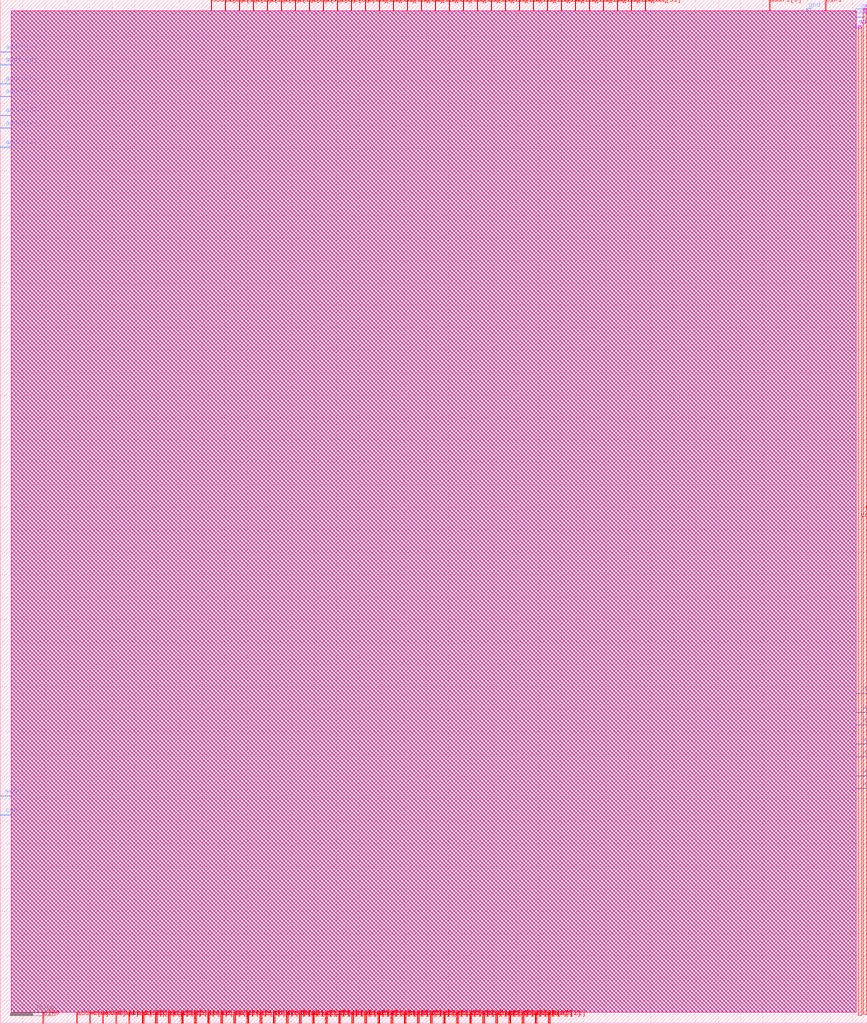
<source format=lef>
VERSION 5.7 ;
  NOWIREEXTENSIONATPIN ON ;
  DIVIDERCHAR "/" ;
  BUSBITCHARS "[]" ;
MACRO sram_1rw1r_32_256_8_sky130
  CLASS BLOCK ;
  FOREIGN sram_1rw1r_32_256_8_sky130 ;
  ORIGIN 0.000 0.000 ;
  SIZE 386.480 BY 456.235 ;
  SYMMETRY X Y R90 ;
  PIN din0[0]
    DIRECTION INPUT ;
    ANTENNAGATEAREA 0.600000 ;
    PORT
      LAYER met4 ;
        RECT 63.210000 0.000000 63.510000 4.600000 ;
    END
  END din0[0]

  PIN din0[1]
    DIRECTION INPUT ;
    ANTENNAGATEAREA 0.600000 ;
    PORT
      LAYER met4 ;
        RECT 69.050000 0.000000 69.350000 4.600000 ;
    END
  END din0[1]

  PIN din0[2]
    DIRECTION INPUT ;
    ANTENNAGATEAREA 0.600000 ;
    PORT
      LAYER met4 ;
        RECT 74.890000 0.000000 75.190000 4.600000 ;
    END
  END din0[2]

  PIN din0[3]
    DIRECTION INPUT ;
    ANTENNAGATEAREA 0.600000 ;
    PORT
      LAYER met4 ;
        RECT 80.730000 0.000000 81.030000 4.600000 ;
    END
  END din0[3]

  PIN din0[4]
    DIRECTION INPUT ;
    ANTENNAGATEAREA 0.600000 ;
    PORT
      LAYER met4 ;
        RECT 86.570000 0.000000 86.870000 4.600000 ;
    END
  END din0[4]

  PIN din0[5]
    DIRECTION INPUT ;
    ANTENNAGATEAREA 0.600000 ;
    PORT
      LAYER met4 ;
        RECT 92.410000 0.000000 92.710000 4.600000 ;
    END
  END din0[5]

  PIN din0[6]
    DIRECTION INPUT ;
    ANTENNAGATEAREA 0.600000 ;
    PORT
      LAYER met4 ;
        RECT 98.250000 0.000000 98.550000 4.600000 ;
    END
  END din0[6]

  PIN din0[7]
    DIRECTION INPUT ;
    ANTENNAGATEAREA 0.600000 ;
    PORT
      LAYER met4 ;
        RECT 104.090000 0.000000 104.390000 4.600000 ;
    END
  END din0[7]

  PIN din0[8]
    DIRECTION INPUT ;
    ANTENNAGATEAREA 0.600000 ;
    PORT
      LAYER met4 ;
        RECT 109.930000 0.000000 110.230000 4.600000 ;
    END
  END din0[8]

  PIN din0[9]
    DIRECTION INPUT ;
    ANTENNAGATEAREA 0.600000 ;
    PORT
      LAYER met4 ;
        RECT 115.770000 0.000000 116.070000 4.600000 ;
    END
  END din0[9]

  PIN din0[10]
    DIRECTION INPUT ;
    ANTENNAGATEAREA 0.600000 ;
    PORT
      LAYER met4 ;
        RECT 121.610000 0.000000 121.910000 4.600000 ;
    END
  END din0[10]

  PIN din0[11]
    DIRECTION INPUT ;
    ANTENNAGATEAREA 0.600000 ;
    PORT
      LAYER met4 ;
        RECT 127.450000 0.000000 127.750000 4.600000 ;
    END
  END din0[11]

  PIN din0[12]
    DIRECTION INPUT ;
    ANTENNAGATEAREA 0.600000 ;
    PORT
      LAYER met4 ;
        RECT 133.290000 0.000000 133.590000 4.600000 ;
    END
  END din0[12]

  PIN din0[13]
    DIRECTION INPUT ;
    ANTENNAGATEAREA 0.600000 ;
    PORT
      LAYER met4 ;
        RECT 139.130000 0.000000 139.430000 4.600000 ;
    END
  END din0[13]

  PIN din0[14]
    DIRECTION INPUT ;
    ANTENNAGATEAREA 0.600000 ;
    PORT
      LAYER met4 ;
        RECT 144.970000 0.000000 145.270000 4.600000 ;
    END
  END din0[14]

  PIN din0[15]
    DIRECTION INPUT ;
    ANTENNAGATEAREA 0.600000 ;
    PORT
      LAYER met4 ;
        RECT 150.810000 0.000000 151.110000 4.600000 ;
    END
  END din0[15]

  PIN din0[16]
    DIRECTION INPUT ;
    ANTENNAGATEAREA 0.600000 ;
    PORT
      LAYER met4 ;
        RECT 156.650000 0.000000 156.950000 4.600000 ;
    END
  END din0[16]

  PIN din0[17]
    DIRECTION INPUT ;
    ANTENNAGATEAREA 0.600000 ;
    PORT
      LAYER met4 ;
        RECT 162.490000 0.000000 162.790000 4.600000 ;
    END
  END din0[17]

  PIN din0[18]
    DIRECTION INPUT ;
    ANTENNAGATEAREA 0.600000 ;
    PORT
      LAYER met4 ;
        RECT 168.330000 0.000000 168.630000 4.600000 ;
    END
  END din0[18]

  PIN din0[19]
    DIRECTION INPUT ;
    ANTENNAGATEAREA 0.600000 ;
    PORT
      LAYER met4 ;
        RECT 174.170000 0.000000 174.470000 4.600000 ;
    END
  END din0[19]

  PIN din0[20]
    DIRECTION INPUT ;
    ANTENNAGATEAREA 0.600000 ;
    PORT
      LAYER met4 ;
        RECT 180.010000 0.000000 180.310000 4.600000 ;
    END
  END din0[20]

  PIN din0[21]
    DIRECTION INPUT ;
    ANTENNAGATEAREA 0.600000 ;
    PORT
      LAYER met4 ;
        RECT 185.850000 0.000000 186.150000 4.600000 ;
    END
  END din0[21]

  PIN din0[22]
    DIRECTION INPUT ;
    ANTENNAGATEAREA 0.600000 ;
    PORT
      LAYER met4 ;
        RECT 191.690000 0.000000 191.990000 4.600000 ;
    END
  END din0[22]

  PIN din0[23]
    DIRECTION INPUT ;
    ANTENNAGATEAREA 0.600000 ;
    PORT
      LAYER met4 ;
        RECT 197.530000 0.000000 197.830000 4.600000 ;
    END
  END din0[23]

  PIN din0[24]
    DIRECTION INPUT ;
    ANTENNAGATEAREA 0.600000 ;
    PORT
      LAYER met4 ;
        RECT 203.370000 0.000000 203.670000 4.600000 ;
    END
  END din0[24]

  PIN din0[25]
    DIRECTION INPUT ;
    ANTENNAGATEAREA 0.600000 ;
    PORT
      LAYER met4 ;
        RECT 209.210000 0.000000 209.510000 4.600000 ;
    END
  END din0[25]

  PIN din0[26]
    DIRECTION INPUT ;
    ANTENNAGATEAREA 0.600000 ;
    PORT
      LAYER met4 ;
        RECT 215.050000 0.000000 215.350000 4.600000 ;
    END
  END din0[26]

  PIN din0[27]
    DIRECTION INPUT ;
    ANTENNAGATEAREA 0.600000 ;
    PORT
      LAYER met4 ;
        RECT 220.890000 0.000000 221.190000 4.600000 ;
    END
  END din0[27]

  PIN din0[28]
    DIRECTION INPUT ;
    ANTENNAGATEAREA 0.600000 ;
    PORT
      LAYER met4 ;
        RECT 226.730000 0.000000 227.030000 4.600000 ;
    END
  END din0[28]

  PIN din0[29]
    DIRECTION INPUT ;
    ANTENNAGATEAREA 0.600000 ;
    PORT
      LAYER met4 ;
        RECT 232.570000 0.000000 232.870000 4.600000 ;
    END
  END din0[29]

  PIN din0[30]
    DIRECTION INPUT ;
    ANTENNAGATEAREA 0.600000 ;
    PORT
      LAYER met4 ;
        RECT 238.410000 0.000000 238.710000 4.600000 ;
    END
  END din0[30]

  PIN din0[31]
    DIRECTION INPUT ;
    ANTENNAGATEAREA 0.600000 ;
    PORT
      LAYER met4 ;
        RECT 244.250000 0.000000 244.550000 4.600000 ;
    END
  END din0[31]

  PIN addr0[0]
    DIRECTION INPUT ;
    ANTENNAGATEAREA 0.600000 ;
    PORT
      LAYER met4 ;
        RECT 34.010000 0.000000 34.310000 4.600000 ;
    END
  END addr0[0]

  PIN addr0[1]
    DIRECTION INPUT ;
    ANTENNAGATEAREA 0.600000 ;
    PORT
      LAYER met3 ;
        RECT 0.000000 390.365000 4.600000 390.665000 ;
    END
  END addr0[1]

  PIN addr0[2]
    DIRECTION INPUT ;
    ANTENNAGATEAREA 0.600000 ;
    PORT
      LAYER met3 ;
        RECT 0.000000 398.865000 4.600000 399.165000 ;
    END
  END addr0[2]

  PIN addr0[3]
    DIRECTION INPUT ;
    ANTENNAGATEAREA 0.600000 ;
    PORT
      LAYER met3 ;
        RECT 0.000000 404.505000 4.600000 404.805000 ;
    END
  END addr0[3]

  PIN addr0[4]
    DIRECTION INPUT ;
    ANTENNAGATEAREA 0.600000 ;
    PORT
      LAYER met3 ;
        RECT 0.000000 413.005000 4.600000 413.305000 ;
    END
  END addr0[4]

  PIN addr0[5]
    DIRECTION INPUT ;
    ANTENNAGATEAREA 0.600000 ;
    PORT
      LAYER met3 ;
        RECT 0.000000 418.645000 4.600000 418.945000 ;
    END
  END addr0[5]

  PIN addr0[6]
    DIRECTION INPUT ;
    ANTENNAGATEAREA 0.600000 ;
    PORT
      LAYER met3 ;
        RECT 0.000000 427.145000 4.600000 427.445000 ;
    END
  END addr0[6]

  PIN addr0[7]
    DIRECTION INPUT ;
    ANTENNAGATEAREA 0.600000 ;
    PORT
      LAYER met3 ;
        RECT 0.000000 432.785000 4.600000 433.085000 ;
    END
  END addr0[7]

  PIN addr1[0]
    DIRECTION INPUT ;
    ANTENNAGATEAREA 0.600000 ;
    PORT
      LAYER met4 ;
        RECT 342.890000 451.635000 343.190000 456.235000 ;
    END
  END addr1[0]

  PIN addr1[1]
    DIRECTION INPUT ;
    ANTENNAGATEAREA 0.600000 ;
    PORT
      LAYER met3 ;
        RECT 381.880000 146.910000 386.480000 147.210000 ;
    END
  END addr1[1]

  PIN addr1[2]
    DIRECTION INPUT ;
    ANTENNAGATEAREA 0.600000 ;
    PORT
      LAYER met3 ;
        RECT 381.880000 138.410000 386.480000 138.710000 ;
    END
  END addr1[2]

  PIN addr1[3]
    DIRECTION INPUT ;
    ANTENNAGATEAREA 0.600000 ;
    PORT
      LAYER met3 ;
        RECT 381.880000 132.770000 386.480000 133.070000 ;
    END
  END addr1[3]

  PIN addr1[4]
    DIRECTION INPUT ;
    ANTENNAGATEAREA 0.600000 ;
    PORT
      LAYER met3 ;
        RECT 381.880000 124.270000 386.480000 124.570000 ;
    END
  END addr1[4]

  PIN addr1[5]
    DIRECTION INPUT ;
    ANTENNAGATEAREA 0.600000 ;
    PORT
      LAYER met3 ;
        RECT 381.880000 118.630000 386.480000 118.930000 ;
    END
  END addr1[5]

  PIN addr1[6]
    DIRECTION INPUT ;
    ANTENNAGATEAREA 0.600000 ;
    PORT
      LAYER met3 ;
        RECT 381.880000 110.130000 386.480000 110.430000 ;
    END
  END addr1[6]

  PIN addr1[7]
    DIRECTION INPUT ;
    ANTENNAGATEAREA 0.600000 ;
    PORT
      LAYER met3 ;
        RECT 381.880000 104.490000 386.480000 104.790000 ;
    END
  END addr1[7]

  PIN csb0
    DIRECTION INPUT ;
    ANTENNAGATEAREA 0.600000 ;
    PORT
      LAYER met3 ;
        RECT 0.000000 92.625000 4.600000 92.925000 ;
    END
  END csb0

  PIN csb1
    DIRECTION INPUT ;
    ANTENNAGATEAREA 0.600000 ;
    PORT
      LAYER met3 ;
        RECT 381.880000 448.265000 386.480000 448.565000 ;
    END
  END csb1

  PIN web0
    DIRECTION INPUT ;
    ANTENNAGATEAREA 0.600000 ;
    PORT
      LAYER met3 ;
        RECT 0.000000 101.125000 4.600000 101.425000 ;
    END
  END web0

  PIN clk0
    DIRECTION INPUT ;
    ANTENNAGATEAREA 0.222000 ;
    PORT
      LAYER met4 ;
        RECT 19.015000 0.000000 19.315000 4.600000 ;
    END
  END clk0

  PIN clk1
    DIRECTION INPUT ;
    ANTENNAGATEAREA 0.222000 ;
    PORT
      LAYER met4 ;
        RECT 367.865000 451.635000 368.165000 456.235000 ;
    END
  END clk1

  PIN wmask0[0]
    DIRECTION INPUT ;
    ANTENNAGATEAREA 0.600000 ;
    PORT
      LAYER met4 ;
        RECT 39.850000 0.000000 40.150000 4.600000 ;
    END
  END wmask0[0]

  PIN wmask0[1]
    DIRECTION INPUT ;
    ANTENNAGATEAREA 0.600000 ;
    PORT
      LAYER met4 ;
        RECT 45.690000 0.000000 45.990000 4.600000 ;
    END
  END wmask0[1]

  PIN wmask0[2]
    DIRECTION INPUT ;
    ANTENNAGATEAREA 0.600000 ;
    PORT
      LAYER met4 ;
        RECT 51.530000 0.000000 51.830000 4.600000 ;
    END
  END wmask0[2]

  PIN wmask0[3]
    DIRECTION INPUT ;
    ANTENNAGATEAREA 0.600000 ;
    PORT
      LAYER met4 ;
        RECT 57.370000 0.000000 57.670000 4.600000 ;
    END
  END wmask0[3]

  PIN dout0[0]
    DIRECTION OUTPUT ;
    ANTENNADIFFAREA 0.553900 ;
    PORT
      LAYER met4 ;
        RECT 63.830000 0.000000 64.130000 4.600000 ;
    END
  END dout0[0]

  PIN dout0[1]
    DIRECTION OUTPUT ;
    ANTENNADIFFAREA 0.553900 ;
    PORT
      LAYER met4 ;
        RECT 69.670000 0.000000 69.970000 4.600000 ;
    END
  END dout0[1]

  PIN dout0[2]
    DIRECTION OUTPUT ;
    ANTENNADIFFAREA 0.553900 ;
    PORT
      LAYER met4 ;
        RECT 75.510000 0.000000 75.810000 4.600000 ;
    END
  END dout0[2]

  PIN dout0[3]
    DIRECTION OUTPUT ;
    ANTENNADIFFAREA 0.553900 ;
    PORT
      LAYER met4 ;
        RECT 81.350000 0.000000 81.650000 4.600000 ;
    END
  END dout0[3]

  PIN dout0[4]
    DIRECTION OUTPUT ;
    ANTENNADIFFAREA 0.553900 ;
    PORT
      LAYER met4 ;
        RECT 87.190000 0.000000 87.490000 4.600000 ;
    END
  END dout0[4]

  PIN dout0[5]
    DIRECTION OUTPUT ;
    ANTENNADIFFAREA 0.553900 ;
    PORT
      LAYER met4 ;
        RECT 93.030000 0.000000 93.330000 4.600000 ;
    END
  END dout0[5]

  PIN dout0[6]
    DIRECTION OUTPUT ;
    ANTENNADIFFAREA 0.553900 ;
    PORT
      LAYER met4 ;
        RECT 98.870000 0.000000 99.170000 4.600000 ;
    END
  END dout0[6]

  PIN dout0[7]
    DIRECTION OUTPUT ;
    ANTENNADIFFAREA 0.553900 ;
    PORT
      LAYER met4 ;
        RECT 104.710000 0.000000 105.010000 4.600000 ;
    END
  END dout0[7]

  PIN dout0[8]
    DIRECTION OUTPUT ;
    ANTENNADIFFAREA 0.553900 ;
    PORT
      LAYER met4 ;
        RECT 110.550000 0.000000 110.850000 4.600000 ;
    END
  END dout0[8]

  PIN dout0[9]
    DIRECTION OUTPUT ;
    ANTENNADIFFAREA 0.553900 ;
    PORT
      LAYER met4 ;
        RECT 116.390000 0.000000 116.690000 4.600000 ;
    END
  END dout0[9]

  PIN dout0[10]
    DIRECTION OUTPUT ;
    ANTENNADIFFAREA 0.553900 ;
    PORT
      LAYER met4 ;
        RECT 122.230000 0.000000 122.530000 4.600000 ;
    END
  END dout0[10]

  PIN dout0[11]
    DIRECTION OUTPUT ;
    ANTENNADIFFAREA 0.553900 ;
    PORT
      LAYER met4 ;
        RECT 128.070000 0.000000 128.370000 4.600000 ;
    END
  END dout0[11]

  PIN dout0[12]
    DIRECTION OUTPUT ;
    ANTENNADIFFAREA 0.553900 ;
    PORT
      LAYER met4 ;
        RECT 133.910000 0.000000 134.210000 4.600000 ;
    END
  END dout0[12]

  PIN dout0[13]
    DIRECTION OUTPUT ;
    ANTENNADIFFAREA 0.553900 ;
    PORT
      LAYER met4 ;
        RECT 139.750000 0.000000 140.050000 4.600000 ;
    END
  END dout0[13]

  PIN dout0[14]
    DIRECTION OUTPUT ;
    ANTENNADIFFAREA 0.553900 ;
    PORT
      LAYER met4 ;
        RECT 145.590000 0.000000 145.890000 4.600000 ;
    END
  END dout0[14]

  PIN dout0[15]
    DIRECTION OUTPUT ;
    ANTENNADIFFAREA 0.553900 ;
    PORT
      LAYER met4 ;
        RECT 151.430000 0.000000 151.730000 4.600000 ;
    END
  END dout0[15]

  PIN dout0[16]
    DIRECTION OUTPUT ;
    ANTENNADIFFAREA 0.553900 ;
    PORT
      LAYER met4 ;
        RECT 157.270000 0.000000 157.570000 4.600000 ;
    END
  END dout0[16]

  PIN dout0[17]
    DIRECTION OUTPUT ;
    ANTENNADIFFAREA 0.553900 ;
    PORT
      LAYER met4 ;
        RECT 163.110000 0.000000 163.410000 4.600000 ;
    END
  END dout0[17]

  PIN dout0[18]
    DIRECTION OUTPUT ;
    ANTENNADIFFAREA 0.553900 ;
    PORT
      LAYER met4 ;
        RECT 168.950000 0.000000 169.250000 4.600000 ;
    END
  END dout0[18]

  PIN dout0[19]
    DIRECTION OUTPUT ;
    ANTENNADIFFAREA 0.553900 ;
    PORT
      LAYER met4 ;
        RECT 174.790000 0.000000 175.090000 4.600000 ;
    END
  END dout0[19]

  PIN dout0[20]
    DIRECTION OUTPUT ;
    ANTENNADIFFAREA 0.553900 ;
    PORT
      LAYER met4 ;
        RECT 180.630000 0.000000 180.930000 4.600000 ;
    END
  END dout0[20]

  PIN dout0[21]
    DIRECTION OUTPUT ;
    ANTENNADIFFAREA 0.553900 ;
    PORT
      LAYER met4 ;
        RECT 186.470000 0.000000 186.770000 4.600000 ;
    END
  END dout0[21]

  PIN dout0[22]
    DIRECTION OUTPUT ;
    ANTENNADIFFAREA 0.553900 ;
    PORT
      LAYER met4 ;
        RECT 192.310000 0.000000 192.610000 4.600000 ;
    END
  END dout0[22]

  PIN dout0[23]
    DIRECTION OUTPUT ;
    ANTENNADIFFAREA 0.553900 ;
    PORT
      LAYER met4 ;
        RECT 198.150000 0.000000 198.450000 4.600000 ;
    END
  END dout0[23]

  PIN dout0[24]
    DIRECTION OUTPUT ;
    ANTENNADIFFAREA 0.553900 ;
    PORT
      LAYER met4 ;
        RECT 203.990000 0.000000 204.290000 4.600000 ;
    END
  END dout0[24]

  PIN dout0[25]
    DIRECTION OUTPUT ;
    ANTENNADIFFAREA 0.553900 ;
    PORT
      LAYER met4 ;
        RECT 209.830000 0.000000 210.130000 4.600000 ;
    END
  END dout0[25]

  PIN dout0[26]
    DIRECTION OUTPUT ;
    ANTENNADIFFAREA 0.553900 ;
    PORT
      LAYER met4 ;
        RECT 215.670000 0.000000 215.970000 4.600000 ;
    END
  END dout0[26]

  PIN dout0[27]
    DIRECTION OUTPUT ;
    ANTENNADIFFAREA 0.553900 ;
    PORT
      LAYER met4 ;
        RECT 221.510000 0.000000 221.810000 4.600000 ;
    END
  END dout0[27]

  PIN dout0[28]
    DIRECTION OUTPUT ;
    ANTENNADIFFAREA 0.553900 ;
    PORT
      LAYER met4 ;
        RECT 227.350000 0.000000 227.650000 4.600000 ;
    END
  END dout0[28]

  PIN dout0[29]
    DIRECTION OUTPUT ;
    ANTENNADIFFAREA 0.553900 ;
    PORT
      LAYER met4 ;
        RECT 233.190000 0.000000 233.490000 4.600000 ;
    END
  END dout0[29]

  PIN dout0[30]
    DIRECTION OUTPUT ;
    ANTENNADIFFAREA 0.553900 ;
    PORT
      LAYER met4 ;
        RECT 239.030000 0.000000 239.330000 4.600000 ;
    END
  END dout0[30]

  PIN dout0[31]
    DIRECTION OUTPUT ;
    ANTENNADIFFAREA 0.553900 ;
    PORT
      LAYER met4 ;
        RECT 244.870000 0.000000 245.170000 4.600000 ;
    END
  END dout0[31]

  PIN dout1[0]
    DIRECTION OUTPUT ;
    ANTENNADIFFAREA 0.553900 ;
    PORT
      LAYER met4 ;
        RECT 94.025000 451.635000 94.325000 456.235000 ;
    END
  END dout1[0]

  PIN dout1[1]
    DIRECTION OUTPUT ;
    ANTENNADIFFAREA 0.553900 ;
    PORT
      LAYER met4 ;
        RECT 100.265000 451.635000 100.565000 456.235000 ;
    END
  END dout1[1]

  PIN dout1[2]
    DIRECTION OUTPUT ;
    ANTENNADIFFAREA 0.553900 ;
    PORT
      LAYER met4 ;
        RECT 106.505000 451.635000 106.805000 456.235000 ;
    END
  END dout1[2]

  PIN dout1[3]
    DIRECTION OUTPUT ;
    ANTENNADIFFAREA 0.553900 ;
    PORT
      LAYER met4 ;
        RECT 112.745000 451.635000 113.045000 456.235000 ;
    END
  END dout1[3]

  PIN dout1[4]
    DIRECTION OUTPUT ;
    ANTENNADIFFAREA 0.553900 ;
    PORT
      LAYER met4 ;
        RECT 118.985000 451.635000 119.285000 456.235000 ;
    END
  END dout1[4]

  PIN dout1[5]
    DIRECTION OUTPUT ;
    ANTENNADIFFAREA 0.553900 ;
    PORT
      LAYER met4 ;
        RECT 125.225000 451.635000 125.525000 456.235000 ;
    END
  END dout1[5]

  PIN dout1[6]
    DIRECTION OUTPUT ;
    ANTENNADIFFAREA 0.553900 ;
    PORT
      LAYER met4 ;
        RECT 131.465000 451.635000 131.765000 456.235000 ;
    END
  END dout1[6]

  PIN dout1[7]
    DIRECTION OUTPUT ;
    ANTENNADIFFAREA 0.553900 ;
    PORT
      LAYER met4 ;
        RECT 137.705000 451.635000 138.005000 456.235000 ;
    END
  END dout1[7]

  PIN dout1[8]
    DIRECTION OUTPUT ;
    ANTENNADIFFAREA 0.553900 ;
    PORT
      LAYER met4 ;
        RECT 143.945000 451.635000 144.245000 456.235000 ;
    END
  END dout1[8]

  PIN dout1[9]
    DIRECTION OUTPUT ;
    ANTENNADIFFAREA 0.553900 ;
    PORT
      LAYER met4 ;
        RECT 150.185000 451.635000 150.485000 456.235000 ;
    END
  END dout1[9]

  PIN dout1[10]
    DIRECTION OUTPUT ;
    ANTENNADIFFAREA 0.553900 ;
    PORT
      LAYER met4 ;
        RECT 156.425000 451.635000 156.725000 456.235000 ;
    END
  END dout1[10]

  PIN dout1[11]
    DIRECTION OUTPUT ;
    ANTENNADIFFAREA 0.553900 ;
    PORT
      LAYER met4 ;
        RECT 162.665000 451.635000 162.965000 456.235000 ;
    END
  END dout1[11]

  PIN dout1[12]
    DIRECTION OUTPUT ;
    ANTENNADIFFAREA 0.553900 ;
    PORT
      LAYER met4 ;
        RECT 168.905000 451.635000 169.205000 456.235000 ;
    END
  END dout1[12]

  PIN dout1[13]
    DIRECTION OUTPUT ;
    ANTENNADIFFAREA 0.553900 ;
    PORT
      LAYER met4 ;
        RECT 175.145000 451.635000 175.445000 456.235000 ;
    END
  END dout1[13]

  PIN dout1[14]
    DIRECTION OUTPUT ;
    ANTENNADIFFAREA 0.553900 ;
    PORT
      LAYER met4 ;
        RECT 181.385000 451.635000 181.685000 456.235000 ;
    END
  END dout1[14]

  PIN dout1[15]
    DIRECTION OUTPUT ;
    ANTENNADIFFAREA 0.553900 ;
    PORT
      LAYER met4 ;
        RECT 187.625000 451.635000 187.925000 456.235000 ;
    END
  END dout1[15]

  PIN dout1[16]
    DIRECTION OUTPUT ;
    ANTENNADIFFAREA 0.553900 ;
    PORT
      LAYER met4 ;
        RECT 193.865000 451.635000 194.165000 456.235000 ;
    END
  END dout1[16]

  PIN dout1[17]
    DIRECTION OUTPUT ;
    ANTENNADIFFAREA 0.553900 ;
    PORT
      LAYER met4 ;
        RECT 200.105000 451.635000 200.405000 456.235000 ;
    END
  END dout1[17]

  PIN dout1[18]
    DIRECTION OUTPUT ;
    ANTENNADIFFAREA 0.553900 ;
    PORT
      LAYER met4 ;
        RECT 206.345000 451.635000 206.645000 456.235000 ;
    END
  END dout1[18]

  PIN dout1[19]
    DIRECTION OUTPUT ;
    ANTENNADIFFAREA 0.553900 ;
    PORT
      LAYER met4 ;
        RECT 212.585000 451.635000 212.885000 456.235000 ;
    END
  END dout1[19]

  PIN dout1[20]
    DIRECTION OUTPUT ;
    ANTENNADIFFAREA 0.553900 ;
    PORT
      LAYER met4 ;
        RECT 218.825000 451.635000 219.125000 456.235000 ;
    END
  END dout1[20]

  PIN dout1[21]
    DIRECTION OUTPUT ;
    ANTENNADIFFAREA 0.553900 ;
    PORT
      LAYER met4 ;
        RECT 225.065000 451.635000 225.365000 456.235000 ;
    END
  END dout1[21]

  PIN dout1[22]
    DIRECTION OUTPUT ;
    ANTENNADIFFAREA 0.553900 ;
    PORT
      LAYER met4 ;
        RECT 231.305000 451.635000 231.605000 456.235000 ;
    END
  END dout1[22]

  PIN dout1[23]
    DIRECTION OUTPUT ;
    ANTENNADIFFAREA 0.553900 ;
    PORT
      LAYER met4 ;
        RECT 237.545000 451.635000 237.845000 456.235000 ;
    END
  END dout1[23]

  PIN dout1[24]
    DIRECTION OUTPUT ;
    ANTENNADIFFAREA 0.553900 ;
    PORT
      LAYER met4 ;
        RECT 243.785000 451.635000 244.085000 456.235000 ;
    END
  END dout1[24]

  PIN dout1[25]
    DIRECTION OUTPUT ;
    ANTENNADIFFAREA 0.553900 ;
    PORT
      LAYER met4 ;
        RECT 250.025000 451.635000 250.325000 456.235000 ;
    END
  END dout1[25]

  PIN dout1[26]
    DIRECTION OUTPUT ;
    ANTENNADIFFAREA 0.553900 ;
    PORT
      LAYER met4 ;
        RECT 256.265000 451.635000 256.565000 456.235000 ;
    END
  END dout1[26]

  PIN dout1[27]
    DIRECTION OUTPUT ;
    ANTENNADIFFAREA 0.553900 ;
    PORT
      LAYER met4 ;
        RECT 262.505000 451.635000 262.805000 456.235000 ;
    END
  END dout1[27]

  PIN dout1[28]
    DIRECTION OUTPUT ;
    ANTENNADIFFAREA 0.553900 ;
    PORT
      LAYER met4 ;
        RECT 268.745000 451.635000 269.045000 456.235000 ;
    END
  END dout1[28]

  PIN dout1[29]
    DIRECTION OUTPUT ;
    ANTENNADIFFAREA 0.553900 ;
    PORT
      LAYER met4 ;
        RECT 274.985000 451.635000 275.285000 456.235000 ;
    END
  END dout1[29]

  PIN dout1[30]
    DIRECTION OUTPUT ;
    ANTENNADIFFAREA 0.553900 ;
    PORT
      LAYER met4 ;
        RECT 281.225000 451.635000 281.525000 456.235000 ;
    END
  END dout1[30]

  PIN dout1[31]
    DIRECTION OUTPUT ;
    ANTENNADIFFAREA 0.553900 ;
    PORT
      LAYER met4 ;
        RECT 287.465000 451.635000 287.765000 456.235000 ;
    END
  END dout1[31]

  PIN vdd
    DIRECTION INOUT ;
    USE POWER ;
    PORT
      LAYER met3 ;
        RECT 381.040 443.600 384.050 444.660 ;
      LAYER via3 ;
        RECT 382.500 443.620 384.020 444.630 ;
      LAYER met4 ;
        RECT 382.470 3.670 384.070 444.680 ;
    END
  END vdd

  PIN gnd
    DIRECTION INOUT ;
    USE GROUND ;
    PORT
      LAYER met3 ;
        RECT 359.280 451.080 361.020 452.140 ;
    END
    PORT
      LAYER met3 ;
        RECT 381.040 450.400 386.300 452.140 ;
      LAYER via3 ;
        RECT 384.720 450.440 386.240 452.050 ;
      LAYER met4 ;
        RECT 384.690 4.060 386.310 452.140 ;
    END
  END gnd

  OBS
     LAYER li1 ;
       RECT 5.000 5.000 381.480 451.235 ;
     LAYER met1 ;
       RECT 5.000 5.000 381.480 451.235 ;
     LAYER met2 ;
       RECT 5.000 5.000 381.480 451.235 ;
     LAYER met3 ;
       RECT 5.000 5.000 381.480 451.235 ;
     LAYER met4 ;
       RECT 5.000 5.000 381.480 451.235 ;
     LAYER met5 ;
       RECT 5.000 5.000 381.480 451.235 ;
  END
END sram_1rw1r_32_256_8_sky130
END LIBRARY


</source>
